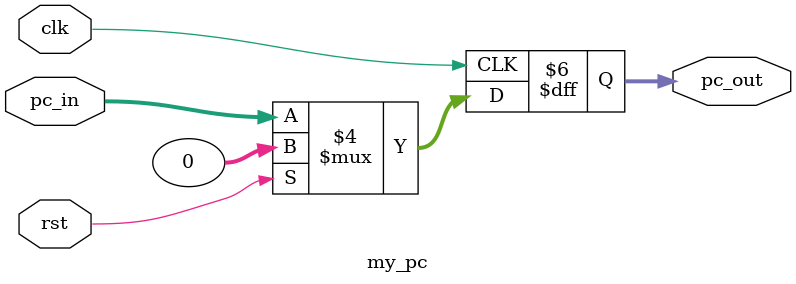
<source format=v>
module my_pc(clk, rst, pc_in, pc_out);
	input clk, rst;
	input [31:0] pc_in;
	output reg[31:0] pc_out;
 
	initial begin
		pc_out <= 32'd0;
	end
 
	always @(posedge clk) begin
	if(rst)
		pc_out <= 32'd0;
	else
		pc_out <= pc_in;
	end

endmodule

//module my_pc(clk,rst,d,q);
//	input clk,rst;
//	input[31:0] d;
//	output[31:0] q;
//	
//	my_dff dff_0(clk, rst, d[0], q[0]);
//   my_dff dff_1(clk, rst, d[1], q[1]);
//   my_dff dff_2(clk, rst, d[2], q[2]);
//   my_dff dff_3(clk, rst, d[3], q[3]);
//   my_dff dff_4(clk, rst, d[4], q[4]);
//   my_dff dff_5(clk, rst, d[5], q[5]);
//   my_dff dff_6(clk, rst, d[6], q[6]);
//   my_dff dff_7(clk, rst, d[7], q[7]);
//   my_dff dff_8(clk, rst, d[8], q[8]);
//   my_dff dff_9(clk, rst, d[9], q[9]);
//   my_dff dff_10(clk, rst, d[10], q[10]);
//   my_dff dff_11(clk, rst, d[11], q[11]);
//   my_dff dff_12(clk, rst, d[12], q[12]);
//   my_dff dff_13(clk, rst, d[13], q[13]);
//   my_dff dff_14(clk, rst, d[14], q[14]);
//   my_dff dff_15(clk, rst, d[15], q[15]);
//   my_dff dff_16(clk, rst, d[16], q[16]);
//   my_dff dff_17(clk, rst, d[17], q[17]);
//   my_dff dff_18(clk, rst, d[18], q[18]);
//   my_dff dff_19(clk, rst, d[19], q[19]);
//   my_dff dff_20(clk, rst, d[20], q[20]); 
//   my_dff dff_21(clk, rst, d[21], q[21]);
//   my_dff dff_22(clk, rst, d[22], q[22]);
//   my_dff dff_23(clk, rst, d[23], q[23]);
//   my_dff dff_24(clk, rst, d[24], q[24]);
//   my_dff dff_25(clk, rst, d[25], q[25]);
//   my_dff dff_26(clk, rst, d[26], q[26]);
//   my_dff dff_27(clk, rst, d[27], q[27]);
//   my_dff dff_28(clk, rst, d[28], q[28]);
//   my_dff dff_29(clk, rst, d[29], q[29]);
//   my_dff dff_30(clk, rst, d[30], q[30]);
//   my_dff dff_31(clk, rst, d[31], q[31]);
//	
//endmodule

</source>
